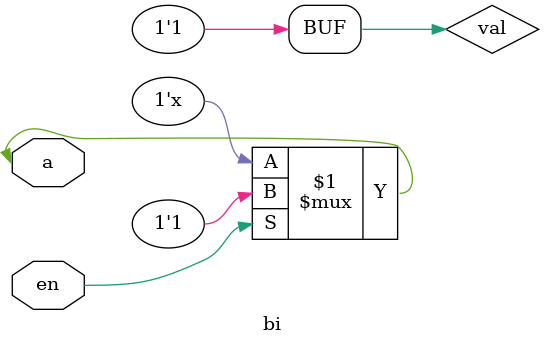
<source format=v>
/*
 * This test deminstrates a complication in the handling of a vector
 * as a unit, instead of breaking it out. The problem is with the
 * legal inout expression that takes one bit of the vector. That
 * leads to a driver to the input of a part select, and also the
 * other way around. Yikes.
 */
module main;

   reg [1:0]  drv = 2'b0z;
   wire [1:0] a = drv;
   reg	      en;

   bi dut0(a[0], en);

   initial begin
      en <= 0;

      #1 $display("drv=%b en=%b, a=%b (should be 0z)", drv, en, a);
      if (a !== 2'b0z) begin
	 $display("FAILED");
	 $finish;
      end

      en <= 1;

      #1 $display("drv=%b en=%b, a=%b (should be 01)", drv, en, a);
      if (a !== 2'b01) begin
	 $display("FAILED");
	 $finish;
      end

      $display("PASSED");
      $finish;
   end

endmodule // main

module bi (inout a, input en);

   reg val = 1;
   assign a = en? val : 1'bz;

endmodule // bi

</source>
